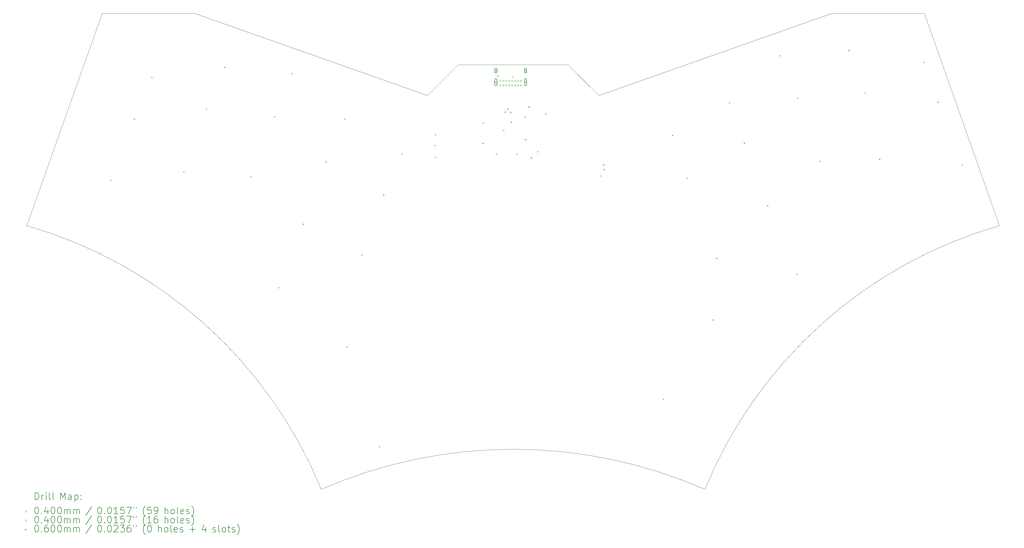
<source format=gbr>
%TF.GenerationSoftware,KiCad,Pcbnew,(7.0.0)*%
%TF.CreationDate,2023-03-04T17:22:30-05:00*%
%TF.ProjectId,pteropus,70746572-6f70-4757-932e-6b696361645f,rev?*%
%TF.SameCoordinates,Original*%
%TF.FileFunction,Drillmap*%
%TF.FilePolarity,Positive*%
%FSLAX45Y45*%
G04 Gerber Fmt 4.5, Leading zero omitted, Abs format (unit mm)*
G04 Created by KiCad (PCBNEW (7.0.0)) date 2023-03-04 17:22:30*
%MOMM*%
%LPD*%
G01*
G04 APERTURE LIST*
%ADD10C,0.100000*%
%ADD11C,0.200000*%
%ADD12C,0.040000*%
%ADD13C,0.060000*%
G04 APERTURE END LIST*
D10*
X-9300000Y1900000D02*
X-12000000Y1900000D01*
X5600000Y-12000000D02*
G75*
G03*
X-5600000Y-12000000I-5600000J-12823065D01*
G01*
X12000000Y1900000D02*
X14200000Y-4300000D01*
X9300000Y1900000D02*
X12000000Y1900000D01*
X2500000Y-500000D02*
X1600000Y400000D01*
X-9300000Y1900000D02*
X-2500000Y-500000D01*
X14200000Y-4300000D02*
G75*
G03*
X5600000Y-12000000I3659096J-12739380D01*
G01*
X-1600000Y400000D02*
X1600000Y400000D01*
X-2500000Y-500000D02*
X-1600000Y400000D01*
X-5600000Y-12000000D02*
G75*
G03*
X-14200000Y-4300000I-12259096J-5039380D01*
G01*
X-12000000Y1900000D02*
X-14200000Y-4300000D01*
X2500000Y-500000D02*
X9300000Y1900000D01*
D11*
D12*
X-11760000Y-2955000D02*
X-11720000Y-2995000D01*
X-11720000Y-2955000D02*
X-11760000Y-2995000D01*
X-11080000Y-1165000D02*
X-11040000Y-1205000D01*
X-11040000Y-1165000D02*
X-11080000Y-1205000D01*
X-10570000Y55000D02*
X-10530000Y15000D01*
X-10530000Y55000D02*
X-10570000Y15000D01*
X-9637344Y-2717656D02*
X-9597344Y-2757656D01*
X-9597344Y-2717656D02*
X-9637344Y-2757656D01*
X-8973388Y-881612D02*
X-8933388Y-921612D01*
X-8933388Y-881612D02*
X-8973388Y-921612D01*
X-8440000Y345000D02*
X-8400000Y305000D01*
X-8400000Y345000D02*
X-8440000Y305000D01*
X-7671872Y-2853128D02*
X-7631872Y-2893128D01*
X-7631872Y-2853128D02*
X-7671872Y-2893128D01*
X-6986749Y-1098251D02*
X-6946749Y-1138251D01*
X-6946749Y-1098251D02*
X-6986749Y-1138251D01*
X-6870000Y-6085000D02*
X-6830000Y-6125000D01*
X-6830000Y-6085000D02*
X-6870000Y-6125000D01*
X-6470000Y165000D02*
X-6430000Y125000D01*
X-6430000Y165000D02*
X-6470000Y125000D01*
X-6149206Y-4235794D02*
X-6109206Y-4275794D01*
X-6109206Y-4235794D02*
X-6149206Y-4275794D01*
X-5481911Y-2413089D02*
X-5441911Y-2453089D01*
X-5441911Y-2413089D02*
X-5481911Y-2453089D01*
X-4940000Y-1165000D02*
X-4900000Y-1205000D01*
X-4900000Y-1165000D02*
X-4940000Y-1205000D01*
X-4870000Y-7825000D02*
X-4830000Y-7865000D01*
X-4830000Y-7825000D02*
X-4870000Y-7865000D01*
X-4438512Y-5136488D02*
X-4398512Y-5176488D01*
X-4398512Y-5136488D02*
X-4438512Y-5176488D01*
X-3920000Y-10735000D02*
X-3880000Y-10775000D01*
X-3880000Y-10735000D02*
X-3920000Y-10775000D01*
X-3804884Y-3380116D02*
X-3764884Y-3420116D01*
X-3764884Y-3380116D02*
X-3804884Y-3420116D01*
X-3260000Y-2185000D02*
X-3220000Y-2225000D01*
X-3220000Y-2185000D02*
X-3260000Y-2225000D01*
X-2295000Y-1940000D02*
X-2255000Y-1980000D01*
X-2255000Y-1940000D02*
X-2295000Y-1980000D01*
X-2290000Y-1615000D02*
X-2250000Y-1655000D01*
X-2250000Y-1615000D02*
X-2290000Y-1655000D01*
X-2290000Y-2285000D02*
X-2250000Y-2325000D01*
X-2250000Y-2285000D02*
X-2290000Y-2325000D01*
X-900000Y-1875000D02*
X-860000Y-1915000D01*
X-860000Y-1875000D02*
X-900000Y-1915000D01*
X-890000Y-1285000D02*
X-850000Y-1325000D01*
X-850000Y-1285000D02*
X-890000Y-1325000D01*
X-510000Y-2185000D02*
X-470000Y-2225000D01*
X-470000Y-2185000D02*
X-510000Y-2225000D01*
X-470000Y95000D02*
X-430000Y55000D01*
X-430000Y95000D02*
X-470000Y55000D01*
X-300000Y-1495000D02*
X-260000Y-1535000D01*
X-260000Y-1495000D02*
X-300000Y-1535000D01*
X-250000Y-965000D02*
X-210000Y-1005000D01*
X-210000Y-965000D02*
X-250000Y-1005000D01*
X-180000Y-875000D02*
X-140000Y-915000D01*
X-140000Y-875000D02*
X-180000Y-915000D01*
X-90000Y-975000D02*
X-50000Y-1015000D01*
X-50000Y-975000D02*
X-90000Y-1015000D01*
X-80000Y-1255000D02*
X-40000Y-1295000D01*
X-40000Y-1255000D02*
X-80000Y-1295000D01*
X-40000Y65000D02*
X0Y25000D01*
X0Y65000D02*
X-40000Y25000D01*
X90000Y-2185000D02*
X130000Y-2225000D01*
X130000Y-2185000D02*
X90000Y-2225000D01*
X330000Y-1105000D02*
X370000Y-1145000D01*
X370000Y-1105000D02*
X330000Y-1145000D01*
X340000Y-1765000D02*
X380000Y-1805000D01*
X380000Y-1765000D02*
X340000Y-1805000D01*
X440000Y-815000D02*
X480000Y-855000D01*
X480000Y-815000D02*
X440000Y-855000D01*
X510000Y-2295000D02*
X550000Y-2335000D01*
X550000Y-2295000D02*
X510000Y-2335000D01*
X700000Y-2115000D02*
X740000Y-2155000D01*
X740000Y-2115000D02*
X700000Y-2155000D01*
X930000Y-1015000D02*
X970000Y-1055000D01*
X970000Y-1015000D02*
X930000Y-1055000D01*
X2520000Y-2825000D02*
X2560000Y-2865000D01*
X2560000Y-2825000D02*
X2520000Y-2865000D01*
X2620000Y-2505000D02*
X2660000Y-2545000D01*
X2660000Y-2505000D02*
X2620000Y-2545000D01*
X2630000Y-2645000D02*
X2670000Y-2685000D01*
X2670000Y-2645000D02*
X2630000Y-2685000D01*
X4370000Y-9345000D02*
X4410000Y-9385000D01*
X4410000Y-9345000D02*
X4370000Y-9385000D01*
X4630000Y-1645000D02*
X4670000Y-1685000D01*
X4670000Y-1645000D02*
X4630000Y-1685000D01*
X5060000Y-2895000D02*
X5100000Y-2935000D01*
X5100000Y-2895000D02*
X5060000Y-2935000D01*
X5820000Y-7035000D02*
X5860000Y-7075000D01*
X5860000Y-7035000D02*
X5820000Y-7075000D01*
X5920000Y-5235000D02*
X5960000Y-5275000D01*
X5960000Y-5235000D02*
X5920000Y-5275000D01*
X6300000Y-695000D02*
X6340000Y-735000D01*
X6340000Y-695000D02*
X6300000Y-735000D01*
X6730000Y-1865000D02*
X6770000Y-1905000D01*
X6770000Y-1865000D02*
X6730000Y-1905000D01*
X7410000Y-3695000D02*
X7450000Y-3735000D01*
X7450000Y-3695000D02*
X7410000Y-3735000D01*
X7770000Y685000D02*
X7810000Y645000D01*
X7810000Y685000D02*
X7770000Y645000D01*
X8260000Y-5695000D02*
X8300000Y-5735000D01*
X8300000Y-5695000D02*
X8260000Y-5735000D01*
X8290000Y-555000D02*
X8330000Y-595000D01*
X8330000Y-555000D02*
X8290000Y-595000D01*
X8940000Y-2405000D02*
X8980000Y-2445000D01*
X8980000Y-2405000D02*
X8940000Y-2445000D01*
X9780000Y835000D02*
X9820000Y795000D01*
X9820000Y835000D02*
X9780000Y795000D01*
X10260000Y-405000D02*
X10300000Y-445000D01*
X10300000Y-405000D02*
X10260000Y-445000D01*
X10680000Y-2345000D02*
X10720000Y-2385000D01*
X10720000Y-2345000D02*
X10680000Y-2385000D01*
X11970000Y495000D02*
X12010000Y455000D01*
X12010000Y495000D02*
X11970000Y455000D01*
X12390000Y-675000D02*
X12430000Y-715000D01*
X12430000Y-675000D02*
X12390000Y-715000D01*
X13090000Y-2505000D02*
X13130000Y-2545000D01*
X13130000Y-2505000D02*
X13090000Y-2545000D01*
X-347252Y-72674D02*
G75*
G03*
X-347252Y-72674I-20000J0D01*
G01*
X-347252Y-207674D02*
G75*
G03*
X-347252Y-207674I-20000J0D01*
G01*
X-262252Y-72674D02*
G75*
G03*
X-262252Y-72674I-20000J0D01*
G01*
X-262252Y-207674D02*
G75*
G03*
X-262252Y-207674I-20000J0D01*
G01*
X-177252Y-72674D02*
G75*
G03*
X-177252Y-72674I-20000J0D01*
G01*
X-177252Y-207674D02*
G75*
G03*
X-177252Y-207674I-20000J0D01*
G01*
X-92252Y-72674D02*
G75*
G03*
X-92252Y-72674I-20000J0D01*
G01*
X-92252Y-207674D02*
G75*
G03*
X-92252Y-207674I-20000J0D01*
G01*
X-7252Y-72674D02*
G75*
G03*
X-7252Y-72674I-20000J0D01*
G01*
X-7252Y-207674D02*
G75*
G03*
X-7252Y-207674I-20000J0D01*
G01*
X77748Y-72674D02*
G75*
G03*
X77748Y-72674I-20000J0D01*
G01*
X77748Y-207674D02*
G75*
G03*
X77748Y-207674I-20000J0D01*
G01*
X162748Y-72674D02*
G75*
G03*
X162748Y-72674I-20000J0D01*
G01*
X162748Y-207674D02*
G75*
G03*
X162748Y-207674I-20000J0D01*
G01*
X247748Y-72674D02*
G75*
G03*
X247748Y-72674I-20000J0D01*
G01*
X247748Y-207674D02*
G75*
G03*
X247748Y-207674I-20000J0D01*
G01*
D13*
X-502252Y258326D02*
X-502252Y198326D01*
X-532252Y228326D02*
X-472252Y228326D01*
D11*
X-532252Y268326D02*
X-532252Y188326D01*
X-532252Y188326D02*
G75*
G03*
X-472252Y188326I30000J0D01*
G01*
X-472252Y188326D02*
X-472252Y268326D01*
X-472252Y268326D02*
G75*
G03*
X-532252Y268326I-30000J0D01*
G01*
D13*
X-502252Y-79674D02*
X-502252Y-139674D01*
X-532252Y-109674D02*
X-472252Y-109674D01*
D11*
X-532252Y-34674D02*
X-532252Y-184674D01*
X-532252Y-184674D02*
G75*
G03*
X-472252Y-184674I30000J0D01*
G01*
X-472252Y-184674D02*
X-472252Y-34674D01*
X-472252Y-34674D02*
G75*
G03*
X-532252Y-34674I-30000J0D01*
G01*
D13*
X362748Y258326D02*
X362748Y198326D01*
X332748Y228326D02*
X392748Y228326D01*
D11*
X332748Y268326D02*
X332748Y188326D01*
X332748Y188326D02*
G75*
G03*
X392748Y188326I30000J0D01*
G01*
X392748Y188326D02*
X392748Y268326D01*
X392748Y268326D02*
G75*
G03*
X332748Y268326I-30000J0D01*
G01*
D13*
X362748Y-79674D02*
X362748Y-139674D01*
X332748Y-109674D02*
X392748Y-109674D01*
D11*
X332748Y-34674D02*
X332748Y-184674D01*
X332748Y-184674D02*
G75*
G03*
X392748Y-184674I30000J0D01*
G01*
X392748Y-184674D02*
X392748Y-34674D01*
X392748Y-34674D02*
G75*
G03*
X332748Y-34674I-30000J0D01*
G01*
X-13957381Y-12298476D02*
X-13957381Y-12098476D01*
X-13957381Y-12098476D02*
X-13909762Y-12098476D01*
X-13909762Y-12098476D02*
X-13881190Y-12108000D01*
X-13881190Y-12108000D02*
X-13862143Y-12127048D01*
X-13862143Y-12127048D02*
X-13852619Y-12146095D01*
X-13852619Y-12146095D02*
X-13843095Y-12184190D01*
X-13843095Y-12184190D02*
X-13843095Y-12212762D01*
X-13843095Y-12212762D02*
X-13852619Y-12250857D01*
X-13852619Y-12250857D02*
X-13862143Y-12269905D01*
X-13862143Y-12269905D02*
X-13881190Y-12288952D01*
X-13881190Y-12288952D02*
X-13909762Y-12298476D01*
X-13909762Y-12298476D02*
X-13957381Y-12298476D01*
X-13757381Y-12298476D02*
X-13757381Y-12165143D01*
X-13757381Y-12203238D02*
X-13747857Y-12184190D01*
X-13747857Y-12184190D02*
X-13738333Y-12174667D01*
X-13738333Y-12174667D02*
X-13719286Y-12165143D01*
X-13719286Y-12165143D02*
X-13700238Y-12165143D01*
X-13633571Y-12298476D02*
X-13633571Y-12165143D01*
X-13633571Y-12098476D02*
X-13643095Y-12108000D01*
X-13643095Y-12108000D02*
X-13633571Y-12117524D01*
X-13633571Y-12117524D02*
X-13624048Y-12108000D01*
X-13624048Y-12108000D02*
X-13633571Y-12098476D01*
X-13633571Y-12098476D02*
X-13633571Y-12117524D01*
X-13509762Y-12298476D02*
X-13528809Y-12288952D01*
X-13528809Y-12288952D02*
X-13538333Y-12269905D01*
X-13538333Y-12269905D02*
X-13538333Y-12098476D01*
X-13405000Y-12298476D02*
X-13424048Y-12288952D01*
X-13424048Y-12288952D02*
X-13433571Y-12269905D01*
X-13433571Y-12269905D02*
X-13433571Y-12098476D01*
X-13208809Y-12298476D02*
X-13208809Y-12098476D01*
X-13208809Y-12098476D02*
X-13142143Y-12241333D01*
X-13142143Y-12241333D02*
X-13075476Y-12098476D01*
X-13075476Y-12098476D02*
X-13075476Y-12298476D01*
X-12894524Y-12298476D02*
X-12894524Y-12193714D01*
X-12894524Y-12193714D02*
X-12904048Y-12174667D01*
X-12904048Y-12174667D02*
X-12923095Y-12165143D01*
X-12923095Y-12165143D02*
X-12961190Y-12165143D01*
X-12961190Y-12165143D02*
X-12980238Y-12174667D01*
X-12894524Y-12288952D02*
X-12913571Y-12298476D01*
X-12913571Y-12298476D02*
X-12961190Y-12298476D01*
X-12961190Y-12298476D02*
X-12980238Y-12288952D01*
X-12980238Y-12288952D02*
X-12989762Y-12269905D01*
X-12989762Y-12269905D02*
X-12989762Y-12250857D01*
X-12989762Y-12250857D02*
X-12980238Y-12231809D01*
X-12980238Y-12231809D02*
X-12961190Y-12222286D01*
X-12961190Y-12222286D02*
X-12913571Y-12222286D01*
X-12913571Y-12222286D02*
X-12894524Y-12212762D01*
X-12799286Y-12165143D02*
X-12799286Y-12365143D01*
X-12799286Y-12174667D02*
X-12780238Y-12165143D01*
X-12780238Y-12165143D02*
X-12742143Y-12165143D01*
X-12742143Y-12165143D02*
X-12723095Y-12174667D01*
X-12723095Y-12174667D02*
X-12713571Y-12184190D01*
X-12713571Y-12184190D02*
X-12704048Y-12203238D01*
X-12704048Y-12203238D02*
X-12704048Y-12260381D01*
X-12704048Y-12260381D02*
X-12713571Y-12279428D01*
X-12713571Y-12279428D02*
X-12723095Y-12288952D01*
X-12723095Y-12288952D02*
X-12742143Y-12298476D01*
X-12742143Y-12298476D02*
X-12780238Y-12298476D01*
X-12780238Y-12298476D02*
X-12799286Y-12288952D01*
X-12618333Y-12279428D02*
X-12608809Y-12288952D01*
X-12608809Y-12288952D02*
X-12618333Y-12298476D01*
X-12618333Y-12298476D02*
X-12627857Y-12288952D01*
X-12627857Y-12288952D02*
X-12618333Y-12279428D01*
X-12618333Y-12279428D02*
X-12618333Y-12298476D01*
X-12618333Y-12174667D02*
X-12608809Y-12184190D01*
X-12608809Y-12184190D02*
X-12618333Y-12193714D01*
X-12618333Y-12193714D02*
X-12627857Y-12184190D01*
X-12627857Y-12184190D02*
X-12618333Y-12174667D01*
X-12618333Y-12174667D02*
X-12618333Y-12193714D01*
D12*
X-14245000Y-12625000D02*
X-14205000Y-12665000D01*
X-14205000Y-12625000D02*
X-14245000Y-12665000D01*
D11*
X-13919286Y-12518476D02*
X-13900238Y-12518476D01*
X-13900238Y-12518476D02*
X-13881190Y-12528000D01*
X-13881190Y-12528000D02*
X-13871667Y-12537524D01*
X-13871667Y-12537524D02*
X-13862143Y-12556571D01*
X-13862143Y-12556571D02*
X-13852619Y-12594667D01*
X-13852619Y-12594667D02*
X-13852619Y-12642286D01*
X-13852619Y-12642286D02*
X-13862143Y-12680381D01*
X-13862143Y-12680381D02*
X-13871667Y-12699428D01*
X-13871667Y-12699428D02*
X-13881190Y-12708952D01*
X-13881190Y-12708952D02*
X-13900238Y-12718476D01*
X-13900238Y-12718476D02*
X-13919286Y-12718476D01*
X-13919286Y-12718476D02*
X-13938333Y-12708952D01*
X-13938333Y-12708952D02*
X-13947857Y-12699428D01*
X-13947857Y-12699428D02*
X-13957381Y-12680381D01*
X-13957381Y-12680381D02*
X-13966905Y-12642286D01*
X-13966905Y-12642286D02*
X-13966905Y-12594667D01*
X-13966905Y-12594667D02*
X-13957381Y-12556571D01*
X-13957381Y-12556571D02*
X-13947857Y-12537524D01*
X-13947857Y-12537524D02*
X-13938333Y-12528000D01*
X-13938333Y-12528000D02*
X-13919286Y-12518476D01*
X-13766905Y-12699428D02*
X-13757381Y-12708952D01*
X-13757381Y-12708952D02*
X-13766905Y-12718476D01*
X-13766905Y-12718476D02*
X-13776428Y-12708952D01*
X-13776428Y-12708952D02*
X-13766905Y-12699428D01*
X-13766905Y-12699428D02*
X-13766905Y-12718476D01*
X-13585952Y-12585143D02*
X-13585952Y-12718476D01*
X-13633571Y-12508952D02*
X-13681190Y-12651809D01*
X-13681190Y-12651809D02*
X-13557381Y-12651809D01*
X-13443095Y-12518476D02*
X-13424047Y-12518476D01*
X-13424047Y-12518476D02*
X-13405000Y-12528000D01*
X-13405000Y-12528000D02*
X-13395476Y-12537524D01*
X-13395476Y-12537524D02*
X-13385952Y-12556571D01*
X-13385952Y-12556571D02*
X-13376428Y-12594667D01*
X-13376428Y-12594667D02*
X-13376428Y-12642286D01*
X-13376428Y-12642286D02*
X-13385952Y-12680381D01*
X-13385952Y-12680381D02*
X-13395476Y-12699428D01*
X-13395476Y-12699428D02*
X-13405000Y-12708952D01*
X-13405000Y-12708952D02*
X-13424047Y-12718476D01*
X-13424047Y-12718476D02*
X-13443095Y-12718476D01*
X-13443095Y-12718476D02*
X-13462143Y-12708952D01*
X-13462143Y-12708952D02*
X-13471667Y-12699428D01*
X-13471667Y-12699428D02*
X-13481190Y-12680381D01*
X-13481190Y-12680381D02*
X-13490714Y-12642286D01*
X-13490714Y-12642286D02*
X-13490714Y-12594667D01*
X-13490714Y-12594667D02*
X-13481190Y-12556571D01*
X-13481190Y-12556571D02*
X-13471667Y-12537524D01*
X-13471667Y-12537524D02*
X-13462143Y-12528000D01*
X-13462143Y-12528000D02*
X-13443095Y-12518476D01*
X-13252619Y-12518476D02*
X-13233571Y-12518476D01*
X-13233571Y-12518476D02*
X-13214524Y-12528000D01*
X-13214524Y-12528000D02*
X-13205000Y-12537524D01*
X-13205000Y-12537524D02*
X-13195476Y-12556571D01*
X-13195476Y-12556571D02*
X-13185952Y-12594667D01*
X-13185952Y-12594667D02*
X-13185952Y-12642286D01*
X-13185952Y-12642286D02*
X-13195476Y-12680381D01*
X-13195476Y-12680381D02*
X-13205000Y-12699428D01*
X-13205000Y-12699428D02*
X-13214524Y-12708952D01*
X-13214524Y-12708952D02*
X-13233571Y-12718476D01*
X-13233571Y-12718476D02*
X-13252619Y-12718476D01*
X-13252619Y-12718476D02*
X-13271667Y-12708952D01*
X-13271667Y-12708952D02*
X-13281190Y-12699428D01*
X-13281190Y-12699428D02*
X-13290714Y-12680381D01*
X-13290714Y-12680381D02*
X-13300238Y-12642286D01*
X-13300238Y-12642286D02*
X-13300238Y-12594667D01*
X-13300238Y-12594667D02*
X-13290714Y-12556571D01*
X-13290714Y-12556571D02*
X-13281190Y-12537524D01*
X-13281190Y-12537524D02*
X-13271667Y-12528000D01*
X-13271667Y-12528000D02*
X-13252619Y-12518476D01*
X-13100238Y-12718476D02*
X-13100238Y-12585143D01*
X-13100238Y-12604190D02*
X-13090714Y-12594667D01*
X-13090714Y-12594667D02*
X-13071667Y-12585143D01*
X-13071667Y-12585143D02*
X-13043095Y-12585143D01*
X-13043095Y-12585143D02*
X-13024047Y-12594667D01*
X-13024047Y-12594667D02*
X-13014524Y-12613714D01*
X-13014524Y-12613714D02*
X-13014524Y-12718476D01*
X-13014524Y-12613714D02*
X-13005000Y-12594667D01*
X-13005000Y-12594667D02*
X-12985952Y-12585143D01*
X-12985952Y-12585143D02*
X-12957381Y-12585143D01*
X-12957381Y-12585143D02*
X-12938333Y-12594667D01*
X-12938333Y-12594667D02*
X-12928809Y-12613714D01*
X-12928809Y-12613714D02*
X-12928809Y-12718476D01*
X-12833571Y-12718476D02*
X-12833571Y-12585143D01*
X-12833571Y-12604190D02*
X-12824047Y-12594667D01*
X-12824047Y-12594667D02*
X-12805000Y-12585143D01*
X-12805000Y-12585143D02*
X-12776428Y-12585143D01*
X-12776428Y-12585143D02*
X-12757381Y-12594667D01*
X-12757381Y-12594667D02*
X-12747857Y-12613714D01*
X-12747857Y-12613714D02*
X-12747857Y-12718476D01*
X-12747857Y-12613714D02*
X-12738333Y-12594667D01*
X-12738333Y-12594667D02*
X-12719286Y-12585143D01*
X-12719286Y-12585143D02*
X-12690714Y-12585143D01*
X-12690714Y-12585143D02*
X-12671666Y-12594667D01*
X-12671666Y-12594667D02*
X-12662143Y-12613714D01*
X-12662143Y-12613714D02*
X-12662143Y-12718476D01*
X-12304047Y-12508952D02*
X-12475476Y-12766095D01*
X-12079286Y-12518476D02*
X-12060238Y-12518476D01*
X-12060238Y-12518476D02*
X-12041190Y-12528000D01*
X-12041190Y-12528000D02*
X-12031666Y-12537524D01*
X-12031666Y-12537524D02*
X-12022143Y-12556571D01*
X-12022143Y-12556571D02*
X-12012619Y-12594667D01*
X-12012619Y-12594667D02*
X-12012619Y-12642286D01*
X-12012619Y-12642286D02*
X-12022143Y-12680381D01*
X-12022143Y-12680381D02*
X-12031666Y-12699428D01*
X-12031666Y-12699428D02*
X-12041190Y-12708952D01*
X-12041190Y-12708952D02*
X-12060238Y-12718476D01*
X-12060238Y-12718476D02*
X-12079286Y-12718476D01*
X-12079286Y-12718476D02*
X-12098333Y-12708952D01*
X-12098333Y-12708952D02*
X-12107857Y-12699428D01*
X-12107857Y-12699428D02*
X-12117381Y-12680381D01*
X-12117381Y-12680381D02*
X-12126905Y-12642286D01*
X-12126905Y-12642286D02*
X-12126905Y-12594667D01*
X-12126905Y-12594667D02*
X-12117381Y-12556571D01*
X-12117381Y-12556571D02*
X-12107857Y-12537524D01*
X-12107857Y-12537524D02*
X-12098333Y-12528000D01*
X-12098333Y-12528000D02*
X-12079286Y-12518476D01*
X-11926905Y-12699428D02*
X-11917381Y-12708952D01*
X-11917381Y-12708952D02*
X-11926905Y-12718476D01*
X-11926905Y-12718476D02*
X-11936428Y-12708952D01*
X-11936428Y-12708952D02*
X-11926905Y-12699428D01*
X-11926905Y-12699428D02*
X-11926905Y-12718476D01*
X-11793571Y-12518476D02*
X-11774524Y-12518476D01*
X-11774524Y-12518476D02*
X-11755476Y-12528000D01*
X-11755476Y-12528000D02*
X-11745952Y-12537524D01*
X-11745952Y-12537524D02*
X-11736428Y-12556571D01*
X-11736428Y-12556571D02*
X-11726905Y-12594667D01*
X-11726905Y-12594667D02*
X-11726905Y-12642286D01*
X-11726905Y-12642286D02*
X-11736428Y-12680381D01*
X-11736428Y-12680381D02*
X-11745952Y-12699428D01*
X-11745952Y-12699428D02*
X-11755476Y-12708952D01*
X-11755476Y-12708952D02*
X-11774524Y-12718476D01*
X-11774524Y-12718476D02*
X-11793571Y-12718476D01*
X-11793571Y-12718476D02*
X-11812619Y-12708952D01*
X-11812619Y-12708952D02*
X-11822143Y-12699428D01*
X-11822143Y-12699428D02*
X-11831666Y-12680381D01*
X-11831666Y-12680381D02*
X-11841190Y-12642286D01*
X-11841190Y-12642286D02*
X-11841190Y-12594667D01*
X-11841190Y-12594667D02*
X-11831666Y-12556571D01*
X-11831666Y-12556571D02*
X-11822143Y-12537524D01*
X-11822143Y-12537524D02*
X-11812619Y-12528000D01*
X-11812619Y-12528000D02*
X-11793571Y-12518476D01*
X-11536428Y-12718476D02*
X-11650714Y-12718476D01*
X-11593571Y-12718476D02*
X-11593571Y-12518476D01*
X-11593571Y-12518476D02*
X-11612619Y-12547048D01*
X-11612619Y-12547048D02*
X-11631666Y-12566095D01*
X-11631666Y-12566095D02*
X-11650714Y-12575619D01*
X-11355476Y-12518476D02*
X-11450714Y-12518476D01*
X-11450714Y-12518476D02*
X-11460238Y-12613714D01*
X-11460238Y-12613714D02*
X-11450714Y-12604190D01*
X-11450714Y-12604190D02*
X-11431666Y-12594667D01*
X-11431666Y-12594667D02*
X-11384047Y-12594667D01*
X-11384047Y-12594667D02*
X-11365000Y-12604190D01*
X-11365000Y-12604190D02*
X-11355476Y-12613714D01*
X-11355476Y-12613714D02*
X-11345952Y-12632762D01*
X-11345952Y-12632762D02*
X-11345952Y-12680381D01*
X-11345952Y-12680381D02*
X-11355476Y-12699428D01*
X-11355476Y-12699428D02*
X-11365000Y-12708952D01*
X-11365000Y-12708952D02*
X-11384047Y-12718476D01*
X-11384047Y-12718476D02*
X-11431666Y-12718476D01*
X-11431666Y-12718476D02*
X-11450714Y-12708952D01*
X-11450714Y-12708952D02*
X-11460238Y-12699428D01*
X-11279285Y-12518476D02*
X-11145952Y-12518476D01*
X-11145952Y-12518476D02*
X-11231666Y-12718476D01*
X-11079286Y-12518476D02*
X-11079286Y-12556571D01*
X-11003095Y-12518476D02*
X-11003095Y-12556571D01*
X-10740238Y-12794667D02*
X-10749762Y-12785143D01*
X-10749762Y-12785143D02*
X-10768809Y-12756571D01*
X-10768809Y-12756571D02*
X-10778333Y-12737524D01*
X-10778333Y-12737524D02*
X-10787857Y-12708952D01*
X-10787857Y-12708952D02*
X-10797381Y-12661333D01*
X-10797381Y-12661333D02*
X-10797381Y-12623238D01*
X-10797381Y-12623238D02*
X-10787857Y-12575619D01*
X-10787857Y-12575619D02*
X-10778333Y-12547048D01*
X-10778333Y-12547048D02*
X-10768809Y-12528000D01*
X-10768809Y-12528000D02*
X-10749762Y-12499428D01*
X-10749762Y-12499428D02*
X-10740238Y-12489905D01*
X-10568809Y-12518476D02*
X-10664047Y-12518476D01*
X-10664047Y-12518476D02*
X-10673571Y-12613714D01*
X-10673571Y-12613714D02*
X-10664047Y-12604190D01*
X-10664047Y-12604190D02*
X-10645000Y-12594667D01*
X-10645000Y-12594667D02*
X-10597381Y-12594667D01*
X-10597381Y-12594667D02*
X-10578333Y-12604190D01*
X-10578333Y-12604190D02*
X-10568809Y-12613714D01*
X-10568809Y-12613714D02*
X-10559286Y-12632762D01*
X-10559286Y-12632762D02*
X-10559286Y-12680381D01*
X-10559286Y-12680381D02*
X-10568809Y-12699428D01*
X-10568809Y-12699428D02*
X-10578333Y-12708952D01*
X-10578333Y-12708952D02*
X-10597381Y-12718476D01*
X-10597381Y-12718476D02*
X-10645000Y-12718476D01*
X-10645000Y-12718476D02*
X-10664047Y-12708952D01*
X-10664047Y-12708952D02*
X-10673571Y-12699428D01*
X-10464047Y-12718476D02*
X-10425952Y-12718476D01*
X-10425952Y-12718476D02*
X-10406905Y-12708952D01*
X-10406905Y-12708952D02*
X-10397381Y-12699428D01*
X-10397381Y-12699428D02*
X-10378333Y-12670857D01*
X-10378333Y-12670857D02*
X-10368809Y-12632762D01*
X-10368809Y-12632762D02*
X-10368809Y-12556571D01*
X-10368809Y-12556571D02*
X-10378333Y-12537524D01*
X-10378333Y-12537524D02*
X-10387857Y-12528000D01*
X-10387857Y-12528000D02*
X-10406905Y-12518476D01*
X-10406905Y-12518476D02*
X-10445000Y-12518476D01*
X-10445000Y-12518476D02*
X-10464047Y-12528000D01*
X-10464047Y-12528000D02*
X-10473571Y-12537524D01*
X-10473571Y-12537524D02*
X-10483095Y-12556571D01*
X-10483095Y-12556571D02*
X-10483095Y-12604190D01*
X-10483095Y-12604190D02*
X-10473571Y-12623238D01*
X-10473571Y-12623238D02*
X-10464047Y-12632762D01*
X-10464047Y-12632762D02*
X-10445000Y-12642286D01*
X-10445000Y-12642286D02*
X-10406905Y-12642286D01*
X-10406905Y-12642286D02*
X-10387857Y-12632762D01*
X-10387857Y-12632762D02*
X-10378333Y-12623238D01*
X-10378333Y-12623238D02*
X-10368809Y-12604190D01*
X-10163095Y-12718476D02*
X-10163095Y-12518476D01*
X-10077381Y-12718476D02*
X-10077381Y-12613714D01*
X-10077381Y-12613714D02*
X-10086905Y-12594667D01*
X-10086905Y-12594667D02*
X-10105952Y-12585143D01*
X-10105952Y-12585143D02*
X-10134524Y-12585143D01*
X-10134524Y-12585143D02*
X-10153571Y-12594667D01*
X-10153571Y-12594667D02*
X-10163095Y-12604190D01*
X-9953571Y-12718476D02*
X-9972619Y-12708952D01*
X-9972619Y-12708952D02*
X-9982143Y-12699428D01*
X-9982143Y-12699428D02*
X-9991666Y-12680381D01*
X-9991666Y-12680381D02*
X-9991666Y-12623238D01*
X-9991666Y-12623238D02*
X-9982143Y-12604190D01*
X-9982143Y-12604190D02*
X-9972619Y-12594667D01*
X-9972619Y-12594667D02*
X-9953571Y-12585143D01*
X-9953571Y-12585143D02*
X-9925000Y-12585143D01*
X-9925000Y-12585143D02*
X-9905952Y-12594667D01*
X-9905952Y-12594667D02*
X-9896428Y-12604190D01*
X-9896428Y-12604190D02*
X-9886905Y-12623238D01*
X-9886905Y-12623238D02*
X-9886905Y-12680381D01*
X-9886905Y-12680381D02*
X-9896428Y-12699428D01*
X-9896428Y-12699428D02*
X-9905952Y-12708952D01*
X-9905952Y-12708952D02*
X-9925000Y-12718476D01*
X-9925000Y-12718476D02*
X-9953571Y-12718476D01*
X-9772619Y-12718476D02*
X-9791666Y-12708952D01*
X-9791666Y-12708952D02*
X-9801190Y-12689905D01*
X-9801190Y-12689905D02*
X-9801190Y-12518476D01*
X-9620238Y-12708952D02*
X-9639285Y-12718476D01*
X-9639285Y-12718476D02*
X-9677381Y-12718476D01*
X-9677381Y-12718476D02*
X-9696428Y-12708952D01*
X-9696428Y-12708952D02*
X-9705952Y-12689905D01*
X-9705952Y-12689905D02*
X-9705952Y-12613714D01*
X-9705952Y-12613714D02*
X-9696428Y-12594667D01*
X-9696428Y-12594667D02*
X-9677381Y-12585143D01*
X-9677381Y-12585143D02*
X-9639285Y-12585143D01*
X-9639285Y-12585143D02*
X-9620238Y-12594667D01*
X-9620238Y-12594667D02*
X-9610714Y-12613714D01*
X-9610714Y-12613714D02*
X-9610714Y-12632762D01*
X-9610714Y-12632762D02*
X-9705952Y-12651809D01*
X-9534524Y-12708952D02*
X-9515476Y-12718476D01*
X-9515476Y-12718476D02*
X-9477381Y-12718476D01*
X-9477381Y-12718476D02*
X-9458333Y-12708952D01*
X-9458333Y-12708952D02*
X-9448809Y-12689905D01*
X-9448809Y-12689905D02*
X-9448809Y-12680381D01*
X-9448809Y-12680381D02*
X-9458333Y-12661333D01*
X-9458333Y-12661333D02*
X-9477381Y-12651809D01*
X-9477381Y-12651809D02*
X-9505952Y-12651809D01*
X-9505952Y-12651809D02*
X-9525000Y-12642286D01*
X-9525000Y-12642286D02*
X-9534524Y-12623238D01*
X-9534524Y-12623238D02*
X-9534524Y-12613714D01*
X-9534524Y-12613714D02*
X-9525000Y-12594667D01*
X-9525000Y-12594667D02*
X-9505952Y-12585143D01*
X-9505952Y-12585143D02*
X-9477381Y-12585143D01*
X-9477381Y-12585143D02*
X-9458333Y-12594667D01*
X-9382143Y-12794667D02*
X-9372619Y-12785143D01*
X-9372619Y-12785143D02*
X-9353571Y-12756571D01*
X-9353571Y-12756571D02*
X-9344047Y-12737524D01*
X-9344047Y-12737524D02*
X-9334524Y-12708952D01*
X-9334524Y-12708952D02*
X-9325000Y-12661333D01*
X-9325000Y-12661333D02*
X-9325000Y-12623238D01*
X-9325000Y-12623238D02*
X-9334524Y-12575619D01*
X-9334524Y-12575619D02*
X-9344047Y-12547048D01*
X-9344047Y-12547048D02*
X-9353571Y-12528000D01*
X-9353571Y-12528000D02*
X-9372619Y-12499428D01*
X-9372619Y-12499428D02*
X-9382143Y-12489905D01*
D12*
X-14205000Y-12909000D02*
G75*
G03*
X-14205000Y-12909000I-20000J0D01*
G01*
D11*
X-13919286Y-12782476D02*
X-13900238Y-12782476D01*
X-13900238Y-12782476D02*
X-13881190Y-12792000D01*
X-13881190Y-12792000D02*
X-13871667Y-12801524D01*
X-13871667Y-12801524D02*
X-13862143Y-12820571D01*
X-13862143Y-12820571D02*
X-13852619Y-12858667D01*
X-13852619Y-12858667D02*
X-13852619Y-12906286D01*
X-13852619Y-12906286D02*
X-13862143Y-12944381D01*
X-13862143Y-12944381D02*
X-13871667Y-12963428D01*
X-13871667Y-12963428D02*
X-13881190Y-12972952D01*
X-13881190Y-12972952D02*
X-13900238Y-12982476D01*
X-13900238Y-12982476D02*
X-13919286Y-12982476D01*
X-13919286Y-12982476D02*
X-13938333Y-12972952D01*
X-13938333Y-12972952D02*
X-13947857Y-12963428D01*
X-13947857Y-12963428D02*
X-13957381Y-12944381D01*
X-13957381Y-12944381D02*
X-13966905Y-12906286D01*
X-13966905Y-12906286D02*
X-13966905Y-12858667D01*
X-13966905Y-12858667D02*
X-13957381Y-12820571D01*
X-13957381Y-12820571D02*
X-13947857Y-12801524D01*
X-13947857Y-12801524D02*
X-13938333Y-12792000D01*
X-13938333Y-12792000D02*
X-13919286Y-12782476D01*
X-13766905Y-12963428D02*
X-13757381Y-12972952D01*
X-13757381Y-12972952D02*
X-13766905Y-12982476D01*
X-13766905Y-12982476D02*
X-13776428Y-12972952D01*
X-13776428Y-12972952D02*
X-13766905Y-12963428D01*
X-13766905Y-12963428D02*
X-13766905Y-12982476D01*
X-13585952Y-12849143D02*
X-13585952Y-12982476D01*
X-13633571Y-12772952D02*
X-13681190Y-12915809D01*
X-13681190Y-12915809D02*
X-13557381Y-12915809D01*
X-13443095Y-12782476D02*
X-13424047Y-12782476D01*
X-13424047Y-12782476D02*
X-13405000Y-12792000D01*
X-13405000Y-12792000D02*
X-13395476Y-12801524D01*
X-13395476Y-12801524D02*
X-13385952Y-12820571D01*
X-13385952Y-12820571D02*
X-13376428Y-12858667D01*
X-13376428Y-12858667D02*
X-13376428Y-12906286D01*
X-13376428Y-12906286D02*
X-13385952Y-12944381D01*
X-13385952Y-12944381D02*
X-13395476Y-12963428D01*
X-13395476Y-12963428D02*
X-13405000Y-12972952D01*
X-13405000Y-12972952D02*
X-13424047Y-12982476D01*
X-13424047Y-12982476D02*
X-13443095Y-12982476D01*
X-13443095Y-12982476D02*
X-13462143Y-12972952D01*
X-13462143Y-12972952D02*
X-13471667Y-12963428D01*
X-13471667Y-12963428D02*
X-13481190Y-12944381D01*
X-13481190Y-12944381D02*
X-13490714Y-12906286D01*
X-13490714Y-12906286D02*
X-13490714Y-12858667D01*
X-13490714Y-12858667D02*
X-13481190Y-12820571D01*
X-13481190Y-12820571D02*
X-13471667Y-12801524D01*
X-13471667Y-12801524D02*
X-13462143Y-12792000D01*
X-13462143Y-12792000D02*
X-13443095Y-12782476D01*
X-13252619Y-12782476D02*
X-13233571Y-12782476D01*
X-13233571Y-12782476D02*
X-13214524Y-12792000D01*
X-13214524Y-12792000D02*
X-13205000Y-12801524D01*
X-13205000Y-12801524D02*
X-13195476Y-12820571D01*
X-13195476Y-12820571D02*
X-13185952Y-12858667D01*
X-13185952Y-12858667D02*
X-13185952Y-12906286D01*
X-13185952Y-12906286D02*
X-13195476Y-12944381D01*
X-13195476Y-12944381D02*
X-13205000Y-12963428D01*
X-13205000Y-12963428D02*
X-13214524Y-12972952D01*
X-13214524Y-12972952D02*
X-13233571Y-12982476D01*
X-13233571Y-12982476D02*
X-13252619Y-12982476D01*
X-13252619Y-12982476D02*
X-13271667Y-12972952D01*
X-13271667Y-12972952D02*
X-13281190Y-12963428D01*
X-13281190Y-12963428D02*
X-13290714Y-12944381D01*
X-13290714Y-12944381D02*
X-13300238Y-12906286D01*
X-13300238Y-12906286D02*
X-13300238Y-12858667D01*
X-13300238Y-12858667D02*
X-13290714Y-12820571D01*
X-13290714Y-12820571D02*
X-13281190Y-12801524D01*
X-13281190Y-12801524D02*
X-13271667Y-12792000D01*
X-13271667Y-12792000D02*
X-13252619Y-12782476D01*
X-13100238Y-12982476D02*
X-13100238Y-12849143D01*
X-13100238Y-12868190D02*
X-13090714Y-12858667D01*
X-13090714Y-12858667D02*
X-13071667Y-12849143D01*
X-13071667Y-12849143D02*
X-13043095Y-12849143D01*
X-13043095Y-12849143D02*
X-13024047Y-12858667D01*
X-13024047Y-12858667D02*
X-13014524Y-12877714D01*
X-13014524Y-12877714D02*
X-13014524Y-12982476D01*
X-13014524Y-12877714D02*
X-13005000Y-12858667D01*
X-13005000Y-12858667D02*
X-12985952Y-12849143D01*
X-12985952Y-12849143D02*
X-12957381Y-12849143D01*
X-12957381Y-12849143D02*
X-12938333Y-12858667D01*
X-12938333Y-12858667D02*
X-12928809Y-12877714D01*
X-12928809Y-12877714D02*
X-12928809Y-12982476D01*
X-12833571Y-12982476D02*
X-12833571Y-12849143D01*
X-12833571Y-12868190D02*
X-12824047Y-12858667D01*
X-12824047Y-12858667D02*
X-12805000Y-12849143D01*
X-12805000Y-12849143D02*
X-12776428Y-12849143D01*
X-12776428Y-12849143D02*
X-12757381Y-12858667D01*
X-12757381Y-12858667D02*
X-12747857Y-12877714D01*
X-12747857Y-12877714D02*
X-12747857Y-12982476D01*
X-12747857Y-12877714D02*
X-12738333Y-12858667D01*
X-12738333Y-12858667D02*
X-12719286Y-12849143D01*
X-12719286Y-12849143D02*
X-12690714Y-12849143D01*
X-12690714Y-12849143D02*
X-12671666Y-12858667D01*
X-12671666Y-12858667D02*
X-12662143Y-12877714D01*
X-12662143Y-12877714D02*
X-12662143Y-12982476D01*
X-12304047Y-12772952D02*
X-12475476Y-13030095D01*
X-12079286Y-12782476D02*
X-12060238Y-12782476D01*
X-12060238Y-12782476D02*
X-12041190Y-12792000D01*
X-12041190Y-12792000D02*
X-12031666Y-12801524D01*
X-12031666Y-12801524D02*
X-12022143Y-12820571D01*
X-12022143Y-12820571D02*
X-12012619Y-12858667D01*
X-12012619Y-12858667D02*
X-12012619Y-12906286D01*
X-12012619Y-12906286D02*
X-12022143Y-12944381D01*
X-12022143Y-12944381D02*
X-12031666Y-12963428D01*
X-12031666Y-12963428D02*
X-12041190Y-12972952D01*
X-12041190Y-12972952D02*
X-12060238Y-12982476D01*
X-12060238Y-12982476D02*
X-12079286Y-12982476D01*
X-12079286Y-12982476D02*
X-12098333Y-12972952D01*
X-12098333Y-12972952D02*
X-12107857Y-12963428D01*
X-12107857Y-12963428D02*
X-12117381Y-12944381D01*
X-12117381Y-12944381D02*
X-12126905Y-12906286D01*
X-12126905Y-12906286D02*
X-12126905Y-12858667D01*
X-12126905Y-12858667D02*
X-12117381Y-12820571D01*
X-12117381Y-12820571D02*
X-12107857Y-12801524D01*
X-12107857Y-12801524D02*
X-12098333Y-12792000D01*
X-12098333Y-12792000D02*
X-12079286Y-12782476D01*
X-11926905Y-12963428D02*
X-11917381Y-12972952D01*
X-11917381Y-12972952D02*
X-11926905Y-12982476D01*
X-11926905Y-12982476D02*
X-11936428Y-12972952D01*
X-11936428Y-12972952D02*
X-11926905Y-12963428D01*
X-11926905Y-12963428D02*
X-11926905Y-12982476D01*
X-11793571Y-12782476D02*
X-11774524Y-12782476D01*
X-11774524Y-12782476D02*
X-11755476Y-12792000D01*
X-11755476Y-12792000D02*
X-11745952Y-12801524D01*
X-11745952Y-12801524D02*
X-11736428Y-12820571D01*
X-11736428Y-12820571D02*
X-11726905Y-12858667D01*
X-11726905Y-12858667D02*
X-11726905Y-12906286D01*
X-11726905Y-12906286D02*
X-11736428Y-12944381D01*
X-11736428Y-12944381D02*
X-11745952Y-12963428D01*
X-11745952Y-12963428D02*
X-11755476Y-12972952D01*
X-11755476Y-12972952D02*
X-11774524Y-12982476D01*
X-11774524Y-12982476D02*
X-11793571Y-12982476D01*
X-11793571Y-12982476D02*
X-11812619Y-12972952D01*
X-11812619Y-12972952D02*
X-11822143Y-12963428D01*
X-11822143Y-12963428D02*
X-11831666Y-12944381D01*
X-11831666Y-12944381D02*
X-11841190Y-12906286D01*
X-11841190Y-12906286D02*
X-11841190Y-12858667D01*
X-11841190Y-12858667D02*
X-11831666Y-12820571D01*
X-11831666Y-12820571D02*
X-11822143Y-12801524D01*
X-11822143Y-12801524D02*
X-11812619Y-12792000D01*
X-11812619Y-12792000D02*
X-11793571Y-12782476D01*
X-11536428Y-12982476D02*
X-11650714Y-12982476D01*
X-11593571Y-12982476D02*
X-11593571Y-12782476D01*
X-11593571Y-12782476D02*
X-11612619Y-12811048D01*
X-11612619Y-12811048D02*
X-11631666Y-12830095D01*
X-11631666Y-12830095D02*
X-11650714Y-12839619D01*
X-11355476Y-12782476D02*
X-11450714Y-12782476D01*
X-11450714Y-12782476D02*
X-11460238Y-12877714D01*
X-11460238Y-12877714D02*
X-11450714Y-12868190D01*
X-11450714Y-12868190D02*
X-11431666Y-12858667D01*
X-11431666Y-12858667D02*
X-11384047Y-12858667D01*
X-11384047Y-12858667D02*
X-11365000Y-12868190D01*
X-11365000Y-12868190D02*
X-11355476Y-12877714D01*
X-11355476Y-12877714D02*
X-11345952Y-12896762D01*
X-11345952Y-12896762D02*
X-11345952Y-12944381D01*
X-11345952Y-12944381D02*
X-11355476Y-12963428D01*
X-11355476Y-12963428D02*
X-11365000Y-12972952D01*
X-11365000Y-12972952D02*
X-11384047Y-12982476D01*
X-11384047Y-12982476D02*
X-11431666Y-12982476D01*
X-11431666Y-12982476D02*
X-11450714Y-12972952D01*
X-11450714Y-12972952D02*
X-11460238Y-12963428D01*
X-11279285Y-12782476D02*
X-11145952Y-12782476D01*
X-11145952Y-12782476D02*
X-11231666Y-12982476D01*
X-11079286Y-12782476D02*
X-11079286Y-12820571D01*
X-11003095Y-12782476D02*
X-11003095Y-12820571D01*
X-10740238Y-13058667D02*
X-10749762Y-13049143D01*
X-10749762Y-13049143D02*
X-10768809Y-13020571D01*
X-10768809Y-13020571D02*
X-10778333Y-13001524D01*
X-10778333Y-13001524D02*
X-10787857Y-12972952D01*
X-10787857Y-12972952D02*
X-10797381Y-12925333D01*
X-10797381Y-12925333D02*
X-10797381Y-12887238D01*
X-10797381Y-12887238D02*
X-10787857Y-12839619D01*
X-10787857Y-12839619D02*
X-10778333Y-12811048D01*
X-10778333Y-12811048D02*
X-10768809Y-12792000D01*
X-10768809Y-12792000D02*
X-10749762Y-12763428D01*
X-10749762Y-12763428D02*
X-10740238Y-12753905D01*
X-10559286Y-12982476D02*
X-10673571Y-12982476D01*
X-10616428Y-12982476D02*
X-10616428Y-12782476D01*
X-10616428Y-12782476D02*
X-10635476Y-12811048D01*
X-10635476Y-12811048D02*
X-10654524Y-12830095D01*
X-10654524Y-12830095D02*
X-10673571Y-12839619D01*
X-10387857Y-12782476D02*
X-10425952Y-12782476D01*
X-10425952Y-12782476D02*
X-10445000Y-12792000D01*
X-10445000Y-12792000D02*
X-10454524Y-12801524D01*
X-10454524Y-12801524D02*
X-10473571Y-12830095D01*
X-10473571Y-12830095D02*
X-10483095Y-12868190D01*
X-10483095Y-12868190D02*
X-10483095Y-12944381D01*
X-10483095Y-12944381D02*
X-10473571Y-12963428D01*
X-10473571Y-12963428D02*
X-10464047Y-12972952D01*
X-10464047Y-12972952D02*
X-10445000Y-12982476D01*
X-10445000Y-12982476D02*
X-10406905Y-12982476D01*
X-10406905Y-12982476D02*
X-10387857Y-12972952D01*
X-10387857Y-12972952D02*
X-10378333Y-12963428D01*
X-10378333Y-12963428D02*
X-10368809Y-12944381D01*
X-10368809Y-12944381D02*
X-10368809Y-12896762D01*
X-10368809Y-12896762D02*
X-10378333Y-12877714D01*
X-10378333Y-12877714D02*
X-10387857Y-12868190D01*
X-10387857Y-12868190D02*
X-10406905Y-12858667D01*
X-10406905Y-12858667D02*
X-10445000Y-12858667D01*
X-10445000Y-12858667D02*
X-10464047Y-12868190D01*
X-10464047Y-12868190D02*
X-10473571Y-12877714D01*
X-10473571Y-12877714D02*
X-10483095Y-12896762D01*
X-10163095Y-12982476D02*
X-10163095Y-12782476D01*
X-10077381Y-12982476D02*
X-10077381Y-12877714D01*
X-10077381Y-12877714D02*
X-10086905Y-12858667D01*
X-10086905Y-12858667D02*
X-10105952Y-12849143D01*
X-10105952Y-12849143D02*
X-10134524Y-12849143D01*
X-10134524Y-12849143D02*
X-10153571Y-12858667D01*
X-10153571Y-12858667D02*
X-10163095Y-12868190D01*
X-9953571Y-12982476D02*
X-9972619Y-12972952D01*
X-9972619Y-12972952D02*
X-9982143Y-12963428D01*
X-9982143Y-12963428D02*
X-9991666Y-12944381D01*
X-9991666Y-12944381D02*
X-9991666Y-12887238D01*
X-9991666Y-12887238D02*
X-9982143Y-12868190D01*
X-9982143Y-12868190D02*
X-9972619Y-12858667D01*
X-9972619Y-12858667D02*
X-9953571Y-12849143D01*
X-9953571Y-12849143D02*
X-9925000Y-12849143D01*
X-9925000Y-12849143D02*
X-9905952Y-12858667D01*
X-9905952Y-12858667D02*
X-9896428Y-12868190D01*
X-9896428Y-12868190D02*
X-9886905Y-12887238D01*
X-9886905Y-12887238D02*
X-9886905Y-12944381D01*
X-9886905Y-12944381D02*
X-9896428Y-12963428D01*
X-9896428Y-12963428D02*
X-9905952Y-12972952D01*
X-9905952Y-12972952D02*
X-9925000Y-12982476D01*
X-9925000Y-12982476D02*
X-9953571Y-12982476D01*
X-9772619Y-12982476D02*
X-9791666Y-12972952D01*
X-9791666Y-12972952D02*
X-9801190Y-12953905D01*
X-9801190Y-12953905D02*
X-9801190Y-12782476D01*
X-9620238Y-12972952D02*
X-9639285Y-12982476D01*
X-9639285Y-12982476D02*
X-9677381Y-12982476D01*
X-9677381Y-12982476D02*
X-9696428Y-12972952D01*
X-9696428Y-12972952D02*
X-9705952Y-12953905D01*
X-9705952Y-12953905D02*
X-9705952Y-12877714D01*
X-9705952Y-12877714D02*
X-9696428Y-12858667D01*
X-9696428Y-12858667D02*
X-9677381Y-12849143D01*
X-9677381Y-12849143D02*
X-9639285Y-12849143D01*
X-9639285Y-12849143D02*
X-9620238Y-12858667D01*
X-9620238Y-12858667D02*
X-9610714Y-12877714D01*
X-9610714Y-12877714D02*
X-9610714Y-12896762D01*
X-9610714Y-12896762D02*
X-9705952Y-12915809D01*
X-9534524Y-12972952D02*
X-9515476Y-12982476D01*
X-9515476Y-12982476D02*
X-9477381Y-12982476D01*
X-9477381Y-12982476D02*
X-9458333Y-12972952D01*
X-9458333Y-12972952D02*
X-9448809Y-12953905D01*
X-9448809Y-12953905D02*
X-9448809Y-12944381D01*
X-9448809Y-12944381D02*
X-9458333Y-12925333D01*
X-9458333Y-12925333D02*
X-9477381Y-12915809D01*
X-9477381Y-12915809D02*
X-9505952Y-12915809D01*
X-9505952Y-12915809D02*
X-9525000Y-12906286D01*
X-9525000Y-12906286D02*
X-9534524Y-12887238D01*
X-9534524Y-12887238D02*
X-9534524Y-12877714D01*
X-9534524Y-12877714D02*
X-9525000Y-12858667D01*
X-9525000Y-12858667D02*
X-9505952Y-12849143D01*
X-9505952Y-12849143D02*
X-9477381Y-12849143D01*
X-9477381Y-12849143D02*
X-9458333Y-12858667D01*
X-9382143Y-13058667D02*
X-9372619Y-13049143D01*
X-9372619Y-13049143D02*
X-9353571Y-13020571D01*
X-9353571Y-13020571D02*
X-9344047Y-13001524D01*
X-9344047Y-13001524D02*
X-9334524Y-12972952D01*
X-9334524Y-12972952D02*
X-9325000Y-12925333D01*
X-9325000Y-12925333D02*
X-9325000Y-12887238D01*
X-9325000Y-12887238D02*
X-9334524Y-12839619D01*
X-9334524Y-12839619D02*
X-9344047Y-12811048D01*
X-9344047Y-12811048D02*
X-9353571Y-12792000D01*
X-9353571Y-12792000D02*
X-9372619Y-12763428D01*
X-9372619Y-12763428D02*
X-9382143Y-12753905D01*
D13*
X-14235000Y-13143000D02*
X-14235000Y-13203000D01*
X-14265000Y-13173000D02*
X-14205000Y-13173000D01*
D11*
X-13919286Y-13046476D02*
X-13900238Y-13046476D01*
X-13900238Y-13046476D02*
X-13881190Y-13056000D01*
X-13881190Y-13056000D02*
X-13871667Y-13065524D01*
X-13871667Y-13065524D02*
X-13862143Y-13084571D01*
X-13862143Y-13084571D02*
X-13852619Y-13122667D01*
X-13852619Y-13122667D02*
X-13852619Y-13170286D01*
X-13852619Y-13170286D02*
X-13862143Y-13208381D01*
X-13862143Y-13208381D02*
X-13871667Y-13227428D01*
X-13871667Y-13227428D02*
X-13881190Y-13236952D01*
X-13881190Y-13236952D02*
X-13900238Y-13246476D01*
X-13900238Y-13246476D02*
X-13919286Y-13246476D01*
X-13919286Y-13246476D02*
X-13938333Y-13236952D01*
X-13938333Y-13236952D02*
X-13947857Y-13227428D01*
X-13947857Y-13227428D02*
X-13957381Y-13208381D01*
X-13957381Y-13208381D02*
X-13966905Y-13170286D01*
X-13966905Y-13170286D02*
X-13966905Y-13122667D01*
X-13966905Y-13122667D02*
X-13957381Y-13084571D01*
X-13957381Y-13084571D02*
X-13947857Y-13065524D01*
X-13947857Y-13065524D02*
X-13938333Y-13056000D01*
X-13938333Y-13056000D02*
X-13919286Y-13046476D01*
X-13766905Y-13227428D02*
X-13757381Y-13236952D01*
X-13757381Y-13236952D02*
X-13766905Y-13246476D01*
X-13766905Y-13246476D02*
X-13776428Y-13236952D01*
X-13776428Y-13236952D02*
X-13766905Y-13227428D01*
X-13766905Y-13227428D02*
X-13766905Y-13246476D01*
X-13585952Y-13046476D02*
X-13624048Y-13046476D01*
X-13624048Y-13046476D02*
X-13643095Y-13056000D01*
X-13643095Y-13056000D02*
X-13652619Y-13065524D01*
X-13652619Y-13065524D02*
X-13671667Y-13094095D01*
X-13671667Y-13094095D02*
X-13681190Y-13132190D01*
X-13681190Y-13132190D02*
X-13681190Y-13208381D01*
X-13681190Y-13208381D02*
X-13671667Y-13227428D01*
X-13671667Y-13227428D02*
X-13662143Y-13236952D01*
X-13662143Y-13236952D02*
X-13643095Y-13246476D01*
X-13643095Y-13246476D02*
X-13605000Y-13246476D01*
X-13605000Y-13246476D02*
X-13585952Y-13236952D01*
X-13585952Y-13236952D02*
X-13576428Y-13227428D01*
X-13576428Y-13227428D02*
X-13566905Y-13208381D01*
X-13566905Y-13208381D02*
X-13566905Y-13160762D01*
X-13566905Y-13160762D02*
X-13576428Y-13141714D01*
X-13576428Y-13141714D02*
X-13585952Y-13132190D01*
X-13585952Y-13132190D02*
X-13605000Y-13122667D01*
X-13605000Y-13122667D02*
X-13643095Y-13122667D01*
X-13643095Y-13122667D02*
X-13662143Y-13132190D01*
X-13662143Y-13132190D02*
X-13671667Y-13141714D01*
X-13671667Y-13141714D02*
X-13681190Y-13160762D01*
X-13443095Y-13046476D02*
X-13424047Y-13046476D01*
X-13424047Y-13046476D02*
X-13405000Y-13056000D01*
X-13405000Y-13056000D02*
X-13395476Y-13065524D01*
X-13395476Y-13065524D02*
X-13385952Y-13084571D01*
X-13385952Y-13084571D02*
X-13376428Y-13122667D01*
X-13376428Y-13122667D02*
X-13376428Y-13170286D01*
X-13376428Y-13170286D02*
X-13385952Y-13208381D01*
X-13385952Y-13208381D02*
X-13395476Y-13227428D01*
X-13395476Y-13227428D02*
X-13405000Y-13236952D01*
X-13405000Y-13236952D02*
X-13424047Y-13246476D01*
X-13424047Y-13246476D02*
X-13443095Y-13246476D01*
X-13443095Y-13246476D02*
X-13462143Y-13236952D01*
X-13462143Y-13236952D02*
X-13471667Y-13227428D01*
X-13471667Y-13227428D02*
X-13481190Y-13208381D01*
X-13481190Y-13208381D02*
X-13490714Y-13170286D01*
X-13490714Y-13170286D02*
X-13490714Y-13122667D01*
X-13490714Y-13122667D02*
X-13481190Y-13084571D01*
X-13481190Y-13084571D02*
X-13471667Y-13065524D01*
X-13471667Y-13065524D02*
X-13462143Y-13056000D01*
X-13462143Y-13056000D02*
X-13443095Y-13046476D01*
X-13252619Y-13046476D02*
X-13233571Y-13046476D01*
X-13233571Y-13046476D02*
X-13214524Y-13056000D01*
X-13214524Y-13056000D02*
X-13205000Y-13065524D01*
X-13205000Y-13065524D02*
X-13195476Y-13084571D01*
X-13195476Y-13084571D02*
X-13185952Y-13122667D01*
X-13185952Y-13122667D02*
X-13185952Y-13170286D01*
X-13185952Y-13170286D02*
X-13195476Y-13208381D01*
X-13195476Y-13208381D02*
X-13205000Y-13227428D01*
X-13205000Y-13227428D02*
X-13214524Y-13236952D01*
X-13214524Y-13236952D02*
X-13233571Y-13246476D01*
X-13233571Y-13246476D02*
X-13252619Y-13246476D01*
X-13252619Y-13246476D02*
X-13271667Y-13236952D01*
X-13271667Y-13236952D02*
X-13281190Y-13227428D01*
X-13281190Y-13227428D02*
X-13290714Y-13208381D01*
X-13290714Y-13208381D02*
X-13300238Y-13170286D01*
X-13300238Y-13170286D02*
X-13300238Y-13122667D01*
X-13300238Y-13122667D02*
X-13290714Y-13084571D01*
X-13290714Y-13084571D02*
X-13281190Y-13065524D01*
X-13281190Y-13065524D02*
X-13271667Y-13056000D01*
X-13271667Y-13056000D02*
X-13252619Y-13046476D01*
X-13100238Y-13246476D02*
X-13100238Y-13113143D01*
X-13100238Y-13132190D02*
X-13090714Y-13122667D01*
X-13090714Y-13122667D02*
X-13071667Y-13113143D01*
X-13071667Y-13113143D02*
X-13043095Y-13113143D01*
X-13043095Y-13113143D02*
X-13024047Y-13122667D01*
X-13024047Y-13122667D02*
X-13014524Y-13141714D01*
X-13014524Y-13141714D02*
X-13014524Y-13246476D01*
X-13014524Y-13141714D02*
X-13005000Y-13122667D01*
X-13005000Y-13122667D02*
X-12985952Y-13113143D01*
X-12985952Y-13113143D02*
X-12957381Y-13113143D01*
X-12957381Y-13113143D02*
X-12938333Y-13122667D01*
X-12938333Y-13122667D02*
X-12928809Y-13141714D01*
X-12928809Y-13141714D02*
X-12928809Y-13246476D01*
X-12833571Y-13246476D02*
X-12833571Y-13113143D01*
X-12833571Y-13132190D02*
X-12824047Y-13122667D01*
X-12824047Y-13122667D02*
X-12805000Y-13113143D01*
X-12805000Y-13113143D02*
X-12776428Y-13113143D01*
X-12776428Y-13113143D02*
X-12757381Y-13122667D01*
X-12757381Y-13122667D02*
X-12747857Y-13141714D01*
X-12747857Y-13141714D02*
X-12747857Y-13246476D01*
X-12747857Y-13141714D02*
X-12738333Y-13122667D01*
X-12738333Y-13122667D02*
X-12719286Y-13113143D01*
X-12719286Y-13113143D02*
X-12690714Y-13113143D01*
X-12690714Y-13113143D02*
X-12671666Y-13122667D01*
X-12671666Y-13122667D02*
X-12662143Y-13141714D01*
X-12662143Y-13141714D02*
X-12662143Y-13246476D01*
X-12304047Y-13036952D02*
X-12475476Y-13294095D01*
X-12079286Y-13046476D02*
X-12060238Y-13046476D01*
X-12060238Y-13046476D02*
X-12041190Y-13056000D01*
X-12041190Y-13056000D02*
X-12031666Y-13065524D01*
X-12031666Y-13065524D02*
X-12022143Y-13084571D01*
X-12022143Y-13084571D02*
X-12012619Y-13122667D01*
X-12012619Y-13122667D02*
X-12012619Y-13170286D01*
X-12012619Y-13170286D02*
X-12022143Y-13208381D01*
X-12022143Y-13208381D02*
X-12031666Y-13227428D01*
X-12031666Y-13227428D02*
X-12041190Y-13236952D01*
X-12041190Y-13236952D02*
X-12060238Y-13246476D01*
X-12060238Y-13246476D02*
X-12079286Y-13246476D01*
X-12079286Y-13246476D02*
X-12098333Y-13236952D01*
X-12098333Y-13236952D02*
X-12107857Y-13227428D01*
X-12107857Y-13227428D02*
X-12117381Y-13208381D01*
X-12117381Y-13208381D02*
X-12126905Y-13170286D01*
X-12126905Y-13170286D02*
X-12126905Y-13122667D01*
X-12126905Y-13122667D02*
X-12117381Y-13084571D01*
X-12117381Y-13084571D02*
X-12107857Y-13065524D01*
X-12107857Y-13065524D02*
X-12098333Y-13056000D01*
X-12098333Y-13056000D02*
X-12079286Y-13046476D01*
X-11926905Y-13227428D02*
X-11917381Y-13236952D01*
X-11917381Y-13236952D02*
X-11926905Y-13246476D01*
X-11926905Y-13246476D02*
X-11936428Y-13236952D01*
X-11936428Y-13236952D02*
X-11926905Y-13227428D01*
X-11926905Y-13227428D02*
X-11926905Y-13246476D01*
X-11793571Y-13046476D02*
X-11774524Y-13046476D01*
X-11774524Y-13046476D02*
X-11755476Y-13056000D01*
X-11755476Y-13056000D02*
X-11745952Y-13065524D01*
X-11745952Y-13065524D02*
X-11736428Y-13084571D01*
X-11736428Y-13084571D02*
X-11726905Y-13122667D01*
X-11726905Y-13122667D02*
X-11726905Y-13170286D01*
X-11726905Y-13170286D02*
X-11736428Y-13208381D01*
X-11736428Y-13208381D02*
X-11745952Y-13227428D01*
X-11745952Y-13227428D02*
X-11755476Y-13236952D01*
X-11755476Y-13236952D02*
X-11774524Y-13246476D01*
X-11774524Y-13246476D02*
X-11793571Y-13246476D01*
X-11793571Y-13246476D02*
X-11812619Y-13236952D01*
X-11812619Y-13236952D02*
X-11822143Y-13227428D01*
X-11822143Y-13227428D02*
X-11831666Y-13208381D01*
X-11831666Y-13208381D02*
X-11841190Y-13170286D01*
X-11841190Y-13170286D02*
X-11841190Y-13122667D01*
X-11841190Y-13122667D02*
X-11831666Y-13084571D01*
X-11831666Y-13084571D02*
X-11822143Y-13065524D01*
X-11822143Y-13065524D02*
X-11812619Y-13056000D01*
X-11812619Y-13056000D02*
X-11793571Y-13046476D01*
X-11650714Y-13065524D02*
X-11641190Y-13056000D01*
X-11641190Y-13056000D02*
X-11622143Y-13046476D01*
X-11622143Y-13046476D02*
X-11574524Y-13046476D01*
X-11574524Y-13046476D02*
X-11555476Y-13056000D01*
X-11555476Y-13056000D02*
X-11545952Y-13065524D01*
X-11545952Y-13065524D02*
X-11536428Y-13084571D01*
X-11536428Y-13084571D02*
X-11536428Y-13103619D01*
X-11536428Y-13103619D02*
X-11545952Y-13132190D01*
X-11545952Y-13132190D02*
X-11660238Y-13246476D01*
X-11660238Y-13246476D02*
X-11536428Y-13246476D01*
X-11469762Y-13046476D02*
X-11345952Y-13046476D01*
X-11345952Y-13046476D02*
X-11412619Y-13122667D01*
X-11412619Y-13122667D02*
X-11384047Y-13122667D01*
X-11384047Y-13122667D02*
X-11365000Y-13132190D01*
X-11365000Y-13132190D02*
X-11355476Y-13141714D01*
X-11355476Y-13141714D02*
X-11345952Y-13160762D01*
X-11345952Y-13160762D02*
X-11345952Y-13208381D01*
X-11345952Y-13208381D02*
X-11355476Y-13227428D01*
X-11355476Y-13227428D02*
X-11365000Y-13236952D01*
X-11365000Y-13236952D02*
X-11384047Y-13246476D01*
X-11384047Y-13246476D02*
X-11441190Y-13246476D01*
X-11441190Y-13246476D02*
X-11460238Y-13236952D01*
X-11460238Y-13236952D02*
X-11469762Y-13227428D01*
X-11174524Y-13046476D02*
X-11212619Y-13046476D01*
X-11212619Y-13046476D02*
X-11231666Y-13056000D01*
X-11231666Y-13056000D02*
X-11241190Y-13065524D01*
X-11241190Y-13065524D02*
X-11260238Y-13094095D01*
X-11260238Y-13094095D02*
X-11269762Y-13132190D01*
X-11269762Y-13132190D02*
X-11269762Y-13208381D01*
X-11269762Y-13208381D02*
X-11260238Y-13227428D01*
X-11260238Y-13227428D02*
X-11250714Y-13236952D01*
X-11250714Y-13236952D02*
X-11231666Y-13246476D01*
X-11231666Y-13246476D02*
X-11193571Y-13246476D01*
X-11193571Y-13246476D02*
X-11174524Y-13236952D01*
X-11174524Y-13236952D02*
X-11165000Y-13227428D01*
X-11165000Y-13227428D02*
X-11155476Y-13208381D01*
X-11155476Y-13208381D02*
X-11155476Y-13160762D01*
X-11155476Y-13160762D02*
X-11165000Y-13141714D01*
X-11165000Y-13141714D02*
X-11174524Y-13132190D01*
X-11174524Y-13132190D02*
X-11193571Y-13122667D01*
X-11193571Y-13122667D02*
X-11231666Y-13122667D01*
X-11231666Y-13122667D02*
X-11250714Y-13132190D01*
X-11250714Y-13132190D02*
X-11260238Y-13141714D01*
X-11260238Y-13141714D02*
X-11269762Y-13160762D01*
X-11079286Y-13046476D02*
X-11079286Y-13084571D01*
X-11003095Y-13046476D02*
X-11003095Y-13084571D01*
X-10740238Y-13322667D02*
X-10749762Y-13313143D01*
X-10749762Y-13313143D02*
X-10768809Y-13284571D01*
X-10768809Y-13284571D02*
X-10778333Y-13265524D01*
X-10778333Y-13265524D02*
X-10787857Y-13236952D01*
X-10787857Y-13236952D02*
X-10797381Y-13189333D01*
X-10797381Y-13189333D02*
X-10797381Y-13151238D01*
X-10797381Y-13151238D02*
X-10787857Y-13103619D01*
X-10787857Y-13103619D02*
X-10778333Y-13075048D01*
X-10778333Y-13075048D02*
X-10768809Y-13056000D01*
X-10768809Y-13056000D02*
X-10749762Y-13027428D01*
X-10749762Y-13027428D02*
X-10740238Y-13017905D01*
X-10625952Y-13046476D02*
X-10606905Y-13046476D01*
X-10606905Y-13046476D02*
X-10587857Y-13056000D01*
X-10587857Y-13056000D02*
X-10578333Y-13065524D01*
X-10578333Y-13065524D02*
X-10568809Y-13084571D01*
X-10568809Y-13084571D02*
X-10559286Y-13122667D01*
X-10559286Y-13122667D02*
X-10559286Y-13170286D01*
X-10559286Y-13170286D02*
X-10568809Y-13208381D01*
X-10568809Y-13208381D02*
X-10578333Y-13227428D01*
X-10578333Y-13227428D02*
X-10587857Y-13236952D01*
X-10587857Y-13236952D02*
X-10606905Y-13246476D01*
X-10606905Y-13246476D02*
X-10625952Y-13246476D01*
X-10625952Y-13246476D02*
X-10645000Y-13236952D01*
X-10645000Y-13236952D02*
X-10654524Y-13227428D01*
X-10654524Y-13227428D02*
X-10664047Y-13208381D01*
X-10664047Y-13208381D02*
X-10673571Y-13170286D01*
X-10673571Y-13170286D02*
X-10673571Y-13122667D01*
X-10673571Y-13122667D02*
X-10664047Y-13084571D01*
X-10664047Y-13084571D02*
X-10654524Y-13065524D01*
X-10654524Y-13065524D02*
X-10645000Y-13056000D01*
X-10645000Y-13056000D02*
X-10625952Y-13046476D01*
X-10353571Y-13246476D02*
X-10353571Y-13046476D01*
X-10267857Y-13246476D02*
X-10267857Y-13141714D01*
X-10267857Y-13141714D02*
X-10277381Y-13122667D01*
X-10277381Y-13122667D02*
X-10296428Y-13113143D01*
X-10296428Y-13113143D02*
X-10325000Y-13113143D01*
X-10325000Y-13113143D02*
X-10344047Y-13122667D01*
X-10344047Y-13122667D02*
X-10353571Y-13132190D01*
X-10144047Y-13246476D02*
X-10163095Y-13236952D01*
X-10163095Y-13236952D02*
X-10172619Y-13227428D01*
X-10172619Y-13227428D02*
X-10182143Y-13208381D01*
X-10182143Y-13208381D02*
X-10182143Y-13151238D01*
X-10182143Y-13151238D02*
X-10172619Y-13132190D01*
X-10172619Y-13132190D02*
X-10163095Y-13122667D01*
X-10163095Y-13122667D02*
X-10144047Y-13113143D01*
X-10144047Y-13113143D02*
X-10115476Y-13113143D01*
X-10115476Y-13113143D02*
X-10096428Y-13122667D01*
X-10096428Y-13122667D02*
X-10086905Y-13132190D01*
X-10086905Y-13132190D02*
X-10077381Y-13151238D01*
X-10077381Y-13151238D02*
X-10077381Y-13208381D01*
X-10077381Y-13208381D02*
X-10086905Y-13227428D01*
X-10086905Y-13227428D02*
X-10096428Y-13236952D01*
X-10096428Y-13236952D02*
X-10115476Y-13246476D01*
X-10115476Y-13246476D02*
X-10144047Y-13246476D01*
X-9963095Y-13246476D02*
X-9982143Y-13236952D01*
X-9982143Y-13236952D02*
X-9991666Y-13217905D01*
X-9991666Y-13217905D02*
X-9991666Y-13046476D01*
X-9810714Y-13236952D02*
X-9829762Y-13246476D01*
X-9829762Y-13246476D02*
X-9867857Y-13246476D01*
X-9867857Y-13246476D02*
X-9886905Y-13236952D01*
X-9886905Y-13236952D02*
X-9896428Y-13217905D01*
X-9896428Y-13217905D02*
X-9896428Y-13141714D01*
X-9896428Y-13141714D02*
X-9886905Y-13122667D01*
X-9886905Y-13122667D02*
X-9867857Y-13113143D01*
X-9867857Y-13113143D02*
X-9829762Y-13113143D01*
X-9829762Y-13113143D02*
X-9810714Y-13122667D01*
X-9810714Y-13122667D02*
X-9801190Y-13141714D01*
X-9801190Y-13141714D02*
X-9801190Y-13160762D01*
X-9801190Y-13160762D02*
X-9896428Y-13179809D01*
X-9725000Y-13236952D02*
X-9705952Y-13246476D01*
X-9705952Y-13246476D02*
X-9667857Y-13246476D01*
X-9667857Y-13246476D02*
X-9648809Y-13236952D01*
X-9648809Y-13236952D02*
X-9639285Y-13217905D01*
X-9639285Y-13217905D02*
X-9639285Y-13208381D01*
X-9639285Y-13208381D02*
X-9648809Y-13189333D01*
X-9648809Y-13189333D02*
X-9667857Y-13179809D01*
X-9667857Y-13179809D02*
X-9696428Y-13179809D01*
X-9696428Y-13179809D02*
X-9715476Y-13170286D01*
X-9715476Y-13170286D02*
X-9725000Y-13151238D01*
X-9725000Y-13151238D02*
X-9725000Y-13141714D01*
X-9725000Y-13141714D02*
X-9715476Y-13122667D01*
X-9715476Y-13122667D02*
X-9696428Y-13113143D01*
X-9696428Y-13113143D02*
X-9667857Y-13113143D01*
X-9667857Y-13113143D02*
X-9648809Y-13122667D01*
X-9433571Y-13170286D02*
X-9281190Y-13170286D01*
X-9357381Y-13246476D02*
X-9357381Y-13094095D01*
X-8980238Y-13113143D02*
X-8980238Y-13246476D01*
X-9027857Y-13036952D02*
X-9075476Y-13179809D01*
X-9075476Y-13179809D02*
X-8951666Y-13179809D01*
X-8765000Y-13236952D02*
X-8745952Y-13246476D01*
X-8745952Y-13246476D02*
X-8707857Y-13246476D01*
X-8707857Y-13246476D02*
X-8688809Y-13236952D01*
X-8688809Y-13236952D02*
X-8679285Y-13217905D01*
X-8679285Y-13217905D02*
X-8679285Y-13208381D01*
X-8679285Y-13208381D02*
X-8688809Y-13189333D01*
X-8688809Y-13189333D02*
X-8707857Y-13179809D01*
X-8707857Y-13179809D02*
X-8736428Y-13179809D01*
X-8736428Y-13179809D02*
X-8755476Y-13170286D01*
X-8755476Y-13170286D02*
X-8765000Y-13151238D01*
X-8765000Y-13151238D02*
X-8765000Y-13141714D01*
X-8765000Y-13141714D02*
X-8755476Y-13122667D01*
X-8755476Y-13122667D02*
X-8736428Y-13113143D01*
X-8736428Y-13113143D02*
X-8707857Y-13113143D01*
X-8707857Y-13113143D02*
X-8688809Y-13122667D01*
X-8565000Y-13246476D02*
X-8584047Y-13236952D01*
X-8584047Y-13236952D02*
X-8593571Y-13217905D01*
X-8593571Y-13217905D02*
X-8593571Y-13046476D01*
X-8460238Y-13246476D02*
X-8479285Y-13236952D01*
X-8479285Y-13236952D02*
X-8488809Y-13227428D01*
X-8488809Y-13227428D02*
X-8498333Y-13208381D01*
X-8498333Y-13208381D02*
X-8498333Y-13151238D01*
X-8498333Y-13151238D02*
X-8488809Y-13132190D01*
X-8488809Y-13132190D02*
X-8479285Y-13122667D01*
X-8479285Y-13122667D02*
X-8460238Y-13113143D01*
X-8460238Y-13113143D02*
X-8431666Y-13113143D01*
X-8431666Y-13113143D02*
X-8412619Y-13122667D01*
X-8412619Y-13122667D02*
X-8403095Y-13132190D01*
X-8403095Y-13132190D02*
X-8393571Y-13151238D01*
X-8393571Y-13151238D02*
X-8393571Y-13208381D01*
X-8393571Y-13208381D02*
X-8403095Y-13227428D01*
X-8403095Y-13227428D02*
X-8412619Y-13236952D01*
X-8412619Y-13236952D02*
X-8431666Y-13246476D01*
X-8431666Y-13246476D02*
X-8460238Y-13246476D01*
X-8336428Y-13113143D02*
X-8260238Y-13113143D01*
X-8307857Y-13046476D02*
X-8307857Y-13217905D01*
X-8307857Y-13217905D02*
X-8298333Y-13236952D01*
X-8298333Y-13236952D02*
X-8279285Y-13246476D01*
X-8279285Y-13246476D02*
X-8260238Y-13246476D01*
X-8203095Y-13236952D02*
X-8184047Y-13246476D01*
X-8184047Y-13246476D02*
X-8145952Y-13246476D01*
X-8145952Y-13246476D02*
X-8126904Y-13236952D01*
X-8126904Y-13236952D02*
X-8117381Y-13217905D01*
X-8117381Y-13217905D02*
X-8117381Y-13208381D01*
X-8117381Y-13208381D02*
X-8126904Y-13189333D01*
X-8126904Y-13189333D02*
X-8145952Y-13179809D01*
X-8145952Y-13179809D02*
X-8174523Y-13179809D01*
X-8174523Y-13179809D02*
X-8193571Y-13170286D01*
X-8193571Y-13170286D02*
X-8203095Y-13151238D01*
X-8203095Y-13151238D02*
X-8203095Y-13141714D01*
X-8203095Y-13141714D02*
X-8193571Y-13122667D01*
X-8193571Y-13122667D02*
X-8174523Y-13113143D01*
X-8174523Y-13113143D02*
X-8145952Y-13113143D01*
X-8145952Y-13113143D02*
X-8126904Y-13122667D01*
X-8050714Y-13322667D02*
X-8041190Y-13313143D01*
X-8041190Y-13313143D02*
X-8022142Y-13284571D01*
X-8022142Y-13284571D02*
X-8012619Y-13265524D01*
X-8012619Y-13265524D02*
X-8003095Y-13236952D01*
X-8003095Y-13236952D02*
X-7993571Y-13189333D01*
X-7993571Y-13189333D02*
X-7993571Y-13151238D01*
X-7993571Y-13151238D02*
X-8003095Y-13103619D01*
X-8003095Y-13103619D02*
X-8012619Y-13075048D01*
X-8012619Y-13075048D02*
X-8022142Y-13056000D01*
X-8022142Y-13056000D02*
X-8041190Y-13027428D01*
X-8041190Y-13027428D02*
X-8050714Y-13017905D01*
M02*

</source>
